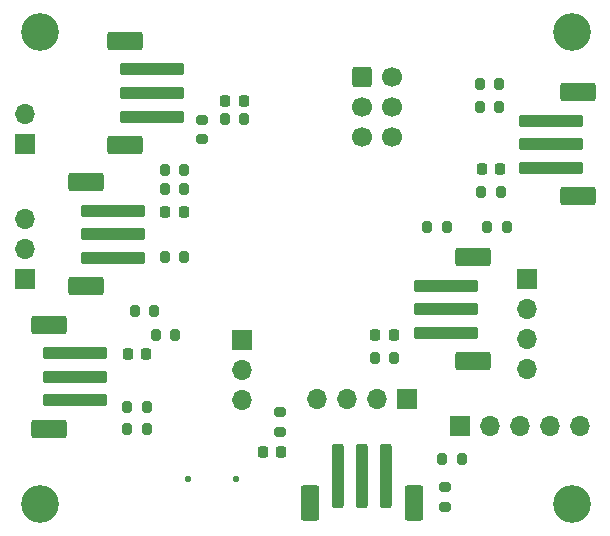
<source format=gbs>
%TF.GenerationSoftware,KiCad,Pcbnew,(6.0.0)*%
%TF.CreationDate,2022-03-13T20:52:07-04:00*%
%TF.ProjectId,esp8266 atmosphere sensor,65737038-3236-4362-9061-746d6f737068,rev?*%
%TF.SameCoordinates,Original*%
%TF.FileFunction,Soldermask,Bot*%
%TF.FilePolarity,Negative*%
%FSLAX46Y46*%
G04 Gerber Fmt 4.6, Leading zero omitted, Abs format (unit mm)*
G04 Created by KiCad (PCBNEW (6.0.0)) date 2022-03-13 20:52:07*
%MOMM*%
%LPD*%
G01*
G04 APERTURE LIST*
G04 Aperture macros list*
%AMRoundRect*
0 Rectangle with rounded corners*
0 $1 Rounding radius*
0 $2 $3 $4 $5 $6 $7 $8 $9 X,Y pos of 4 corners*
0 Add a 4 corners polygon primitive as box body*
4,1,4,$2,$3,$4,$5,$6,$7,$8,$9,$2,$3,0*
0 Add four circle primitives for the rounded corners*
1,1,$1+$1,$2,$3*
1,1,$1+$1,$4,$5*
1,1,$1+$1,$6,$7*
1,1,$1+$1,$8,$9*
0 Add four rect primitives between the rounded corners*
20,1,$1+$1,$2,$3,$4,$5,0*
20,1,$1+$1,$4,$5,$6,$7,0*
20,1,$1+$1,$6,$7,$8,$9,0*
20,1,$1+$1,$8,$9,$2,$3,0*%
G04 Aperture macros list end*
%ADD10C,0.550000*%
%ADD11RoundRect,0.250000X-0.600000X-0.600000X0.600000X-0.600000X0.600000X0.600000X-0.600000X0.600000X0*%
%ADD12C,1.700000*%
%ADD13C,3.200000*%
%ADD14R,1.700000X1.700000*%
%ADD15O,1.700000X1.700000*%
%ADD16RoundRect,0.200000X-0.200000X-0.275000X0.200000X-0.275000X0.200000X0.275000X-0.200000X0.275000X0*%
%ADD17RoundRect,0.200000X0.200000X0.275000X-0.200000X0.275000X-0.200000X-0.275000X0.200000X-0.275000X0*%
%ADD18RoundRect,0.225000X-0.225000X-0.250000X0.225000X-0.250000X0.225000X0.250000X-0.225000X0.250000X0*%
%ADD19RoundRect,0.200000X-0.275000X0.200000X-0.275000X-0.200000X0.275000X-0.200000X0.275000X0.200000X0*%
%ADD20RoundRect,0.225000X0.225000X0.250000X-0.225000X0.250000X-0.225000X-0.250000X0.225000X-0.250000X0*%
%ADD21RoundRect,0.250000X-2.500000X0.250000X-2.500000X-0.250000X2.500000X-0.250000X2.500000X0.250000X0*%
%ADD22RoundRect,0.250000X-1.250000X0.550000X-1.250000X-0.550000X1.250000X-0.550000X1.250000X0.550000X0*%
%ADD23RoundRect,0.250000X2.500000X-0.250000X2.500000X0.250000X-2.500000X0.250000X-2.500000X-0.250000X0*%
%ADD24RoundRect,0.250000X1.250000X-0.550000X1.250000X0.550000X-1.250000X0.550000X-1.250000X-0.550000X0*%
%ADD25RoundRect,0.200000X0.275000X-0.200000X0.275000X0.200000X-0.275000X0.200000X-0.275000X-0.200000X0*%
%ADD26RoundRect,0.250000X-0.250000X-2.500000X0.250000X-2.500000X0.250000X2.500000X-0.250000X2.500000X0*%
%ADD27RoundRect,0.250000X-0.550000X-1.250000X0.550000X-1.250000X0.550000X1.250000X-0.550000X1.250000X0*%
G04 APERTURE END LIST*
D10*
%TO.C,J2*%
X16605000Y-37890000D03*
X12605000Y-37890000D03*
%TD*%
D11*
%TO.C,J1*%
X27305000Y-3810000D03*
D12*
X29845000Y-3810000D03*
X27305000Y-6350000D03*
X29845000Y-6350000D03*
X27305000Y-8890000D03*
X29845000Y-8890000D03*
%TD*%
D13*
%TO.C,REF\u002A\u002A*%
X0Y-40005000D03*
%TD*%
D14*
%TO.C,J3*%
X35560000Y-33345000D03*
D15*
X38100000Y-33345000D03*
X40640000Y-33345000D03*
X43180000Y-33345000D03*
X45720000Y-33345000D03*
%TD*%
D14*
%TO.C,J5*%
X17145000Y-26050000D03*
D15*
X17145000Y-28590000D03*
X17145000Y-31130000D03*
%TD*%
D14*
%TO.C,J4*%
X31115000Y-31115000D03*
D15*
X28575000Y-31115000D03*
X26035000Y-31115000D03*
X23495000Y-31115000D03*
%TD*%
D13*
%TO.C,REF\u002A\u002A*%
X45085000Y0D03*
%TD*%
D14*
%TO.C,J7*%
X41275000Y-20955000D03*
D15*
X41275000Y-23495000D03*
X41275000Y-26035000D03*
X41275000Y-28575000D03*
%TD*%
D13*
%TO.C,REF\u002A\u002A*%
X0Y0D03*
%TD*%
D14*
%TO.C,J8*%
X-1270000Y-20955000D03*
D15*
X-1270000Y-18415000D03*
X-1270000Y-15875000D03*
%TD*%
D13*
%TO.C,REF\u002A\u002A*%
X45085000Y-40005000D03*
%TD*%
D14*
%TO.C,J6*%
X-1270000Y-9530000D03*
D15*
X-1270000Y-6990000D03*
%TD*%
D16*
%TO.C,R12*%
X7430000Y-33655000D03*
X9080000Y-33655000D03*
%TD*%
D17*
%TO.C,R16*%
X35750000Y-36195000D03*
X34100000Y-36195000D03*
%TD*%
%TO.C,R19*%
X34480000Y-16510000D03*
X32830000Y-16510000D03*
%TD*%
D18*
%TO.C,C11*%
X10655000Y-15240000D03*
X12205000Y-15240000D03*
%TD*%
D17*
%TO.C,R14*%
X11493000Y-25654000D03*
X9843000Y-25654000D03*
%TD*%
D19*
%TO.C,R17*%
X20320000Y-32195000D03*
X20320000Y-33845000D03*
%TD*%
D16*
%TO.C,R21*%
X37275000Y-4445000D03*
X38925000Y-4445000D03*
%TD*%
D20*
%TO.C,C5*%
X17285000Y-5842000D03*
X15735000Y-5842000D03*
%TD*%
D21*
%TO.C,J9*%
X9525000Y-3175000D03*
X9525000Y-5175000D03*
X9525000Y-7175000D03*
D22*
X7275000Y-775000D03*
X7275000Y-9575000D03*
%TD*%
D17*
%TO.C,R22*%
X38925000Y-6350000D03*
X37275000Y-6350000D03*
%TD*%
D16*
%TO.C,R13*%
X7430000Y-31750000D03*
X9080000Y-31750000D03*
%TD*%
D20*
%TO.C,C8*%
X29985000Y-25685476D03*
X28435000Y-25685476D03*
%TD*%
D21*
%TO.C,J14*%
X6215000Y-15145000D03*
X6215000Y-17145000D03*
X6215000Y-19145000D03*
D22*
X3965000Y-21545000D03*
X3965000Y-12745000D03*
%TD*%
D16*
%TO.C,R4*%
X10605000Y-11684000D03*
X12255000Y-11684000D03*
%TD*%
D20*
%TO.C,C7*%
X20460000Y-35560000D03*
X18910000Y-35560000D03*
%TD*%
D21*
%TO.C,J10*%
X3040000Y-27210000D03*
X3040000Y-29210000D03*
X3040000Y-31210000D03*
D22*
X790000Y-24810000D03*
X790000Y-33610000D03*
%TD*%
D16*
%TO.C,R24*%
X8065000Y-23622000D03*
X9715000Y-23622000D03*
%TD*%
%TO.C,R23*%
X37410000Y-13525476D03*
X39060000Y-13525476D03*
%TD*%
%TO.C,R25*%
X10605000Y-19050000D03*
X12255000Y-19050000D03*
%TD*%
D23*
%TO.C,J12*%
X34425000Y-25495000D03*
X34425000Y-23495000D03*
X34425000Y-21495000D03*
D24*
X36675000Y-19095000D03*
X36675000Y-27895000D03*
%TD*%
D25*
%TO.C,R15*%
X34290000Y-40195000D03*
X34290000Y-38545000D03*
%TD*%
D20*
%TO.C,C10*%
X39010000Y-11620476D03*
X37460000Y-11620476D03*
%TD*%
D23*
%TO.C,J13*%
X43315000Y-11525000D03*
X43315000Y-9525000D03*
X43315000Y-7525000D03*
D24*
X45565000Y-13925000D03*
X45565000Y-5125000D03*
%TD*%
D17*
%TO.C,R18*%
X39560000Y-16510000D03*
X37910000Y-16510000D03*
%TD*%
D16*
%TO.C,R26*%
X10605000Y-13335000D03*
X12255000Y-13335000D03*
%TD*%
D26*
%TO.C,J11*%
X25305000Y-37600000D03*
X27305000Y-37600000D03*
X29305000Y-37600000D03*
D27*
X22905000Y-39850000D03*
X31705000Y-39850000D03*
%TD*%
D17*
%TO.C,R20*%
X30035000Y-27590476D03*
X28385000Y-27590476D03*
%TD*%
D19*
%TO.C,R6*%
X13716000Y-7430000D03*
X13716000Y-9080000D03*
%TD*%
D17*
%TO.C,R7*%
X17335000Y-7366000D03*
X15685000Y-7366000D03*
%TD*%
D18*
%TO.C,C6*%
X7480000Y-27305000D03*
X9030000Y-27305000D03*
%TD*%
M02*

</source>
